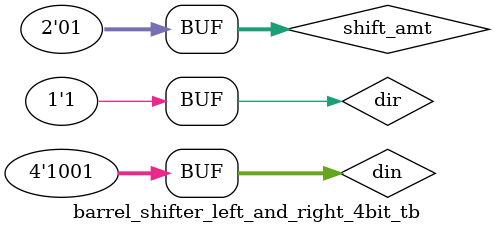
<source format=v>
module barrel_shifter_left_and_right_4bit(
  input [3:0]din,
  input dir,
  input [1:0]shift_amt,
  output [3:0]dout);
  
  assign dout= (dir==1'b0)?(din<<shift_amt):(din>>shift_amt);
endmodule

// testbench
module barrel_shifter_left_and_right_4bit_tb;
  reg [3:0]din;
  reg dir;
  reg  [1:0]shift_amt;
  wire [3:0] dout;
  barrel_shifter_left_and_right_4bit uut (din,dir,shift_amt,dout);
  
 initial begin 
   $display("Time\tdin\tdir\tshift_amt\tdout\t");
   $monitor("%0t\t%b\t%b\t%d\t\t%b",$time,din,dir,shift_amt,dout);
   
   #1; dir=0; din=4'b0001; shift_amt=00;
   #5; dir=0; din=4'b0101; shift_amt=11;
   #5; dir=1; din=4'b0111; shift_amt=10;
   #5; dir=1; din=4'b1101; shift_amt=10;
   #5; dir=1; din=4'b1001; shift_amt=01;
 end 
endmodule

</source>
